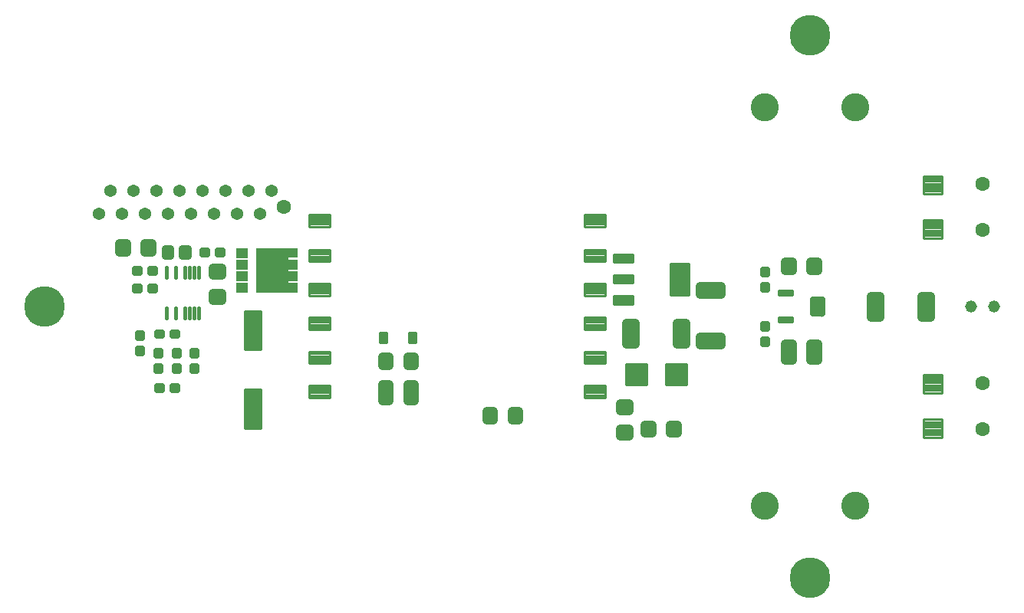
<source format=gbr>
G04 EAGLE Gerber RS-274X export*
G75*
%MOMM*%
%FSLAX34Y34*%
%LPD*%
%INSoldermask Bottom*%
%IPPOS*%
%AMOC8*
5,1,8,0,0,1.08239X$1,22.5*%
G01*
%ADD10C,0.901000*%
%ADD11C,0.605000*%
%ADD12C,3.100000*%
%ADD13C,0.756000*%
%ADD14C,0.300000*%
%ADD15C,0.323200*%
%ADD16C,1.319200*%
%ADD17C,0.297000*%
%ADD18C,0.299000*%
%ADD19C,0.288000*%
%ADD20C,0.293800*%
%ADD21C,0.000100*%
%ADD22C,0.301000*%
%ADD23C,0.484300*%
%ADD24C,1.007000*%
%ADD25C,1.375000*%
%ADD26C,1.600000*%
%ADD27C,4.500000*%

G36*
X54005Y15499D02*
X54005Y15499D01*
X54005Y15500D01*
X54005Y26000D01*
X54001Y26005D01*
X54000Y26005D01*
X43505Y26005D01*
X43505Y28395D01*
X54000Y28395D01*
X54005Y28399D01*
X54005Y28400D01*
X54005Y38900D01*
X54001Y38905D01*
X54000Y38905D01*
X43505Y38905D01*
X43505Y41095D01*
X54000Y41095D01*
X54005Y41099D01*
X54005Y41100D01*
X54005Y51600D01*
X54001Y51605D01*
X54000Y51605D01*
X43505Y51605D01*
X43505Y53995D01*
X54000Y53995D01*
X54005Y53999D01*
X54005Y54000D01*
X54005Y64500D01*
X54001Y64505D01*
X54000Y64505D01*
X8000Y64505D01*
X7995Y64501D01*
X7995Y64500D01*
X7995Y15500D01*
X7999Y15495D01*
X8000Y15495D01*
X54000Y15495D01*
X54005Y15499D01*
G37*
G36*
X-995Y53799D02*
X-995Y53799D01*
X-995Y53800D01*
X-995Y64300D01*
X-999Y64305D01*
X-1000Y64305D01*
X-14000Y64305D01*
X-14005Y64301D01*
X-14005Y64300D01*
X-14005Y53800D01*
X-14001Y53795D01*
X-14000Y53795D01*
X-1000Y53795D01*
X-995Y53799D01*
G37*
G36*
X-995Y41099D02*
X-995Y41099D01*
X-995Y41100D01*
X-995Y51600D01*
X-999Y51605D01*
X-1000Y51605D01*
X-14000Y51605D01*
X-14005Y51601D01*
X-14005Y51600D01*
X-14005Y41100D01*
X-14001Y41095D01*
X-14000Y41095D01*
X-1000Y41095D01*
X-995Y41099D01*
G37*
G36*
X-995Y28399D02*
X-995Y28399D01*
X-995Y28400D01*
X-995Y38900D01*
X-999Y38905D01*
X-1000Y38905D01*
X-14000Y38905D01*
X-14005Y38901D01*
X-14005Y38900D01*
X-14005Y28400D01*
X-14001Y28395D01*
X-14000Y28395D01*
X-1000Y28395D01*
X-995Y28399D01*
G37*
G36*
X-995Y15699D02*
X-995Y15699D01*
X-995Y15700D01*
X-995Y26200D01*
X-999Y26205D01*
X-1000Y26205D01*
X-14000Y26205D01*
X-14005Y26201D01*
X-14005Y26200D01*
X-14005Y15700D01*
X-14001Y15695D01*
X-14000Y15695D01*
X-1000Y15695D01*
X-995Y15699D01*
G37*
D10*
X-114995Y69995D02*
X-107005Y69995D01*
X-107005Y60005D01*
X-114995Y60005D01*
X-114995Y69995D01*
X-114995Y68564D02*
X-107005Y68564D01*
X-135005Y69995D02*
X-142995Y69995D01*
X-135005Y69995D02*
X-135005Y60005D01*
X-142995Y60005D01*
X-142995Y69995D01*
X-142995Y68564D02*
X-135005Y68564D01*
D11*
X-109475Y42475D02*
X-103525Y42475D01*
X-103525Y37525D01*
X-109475Y37525D01*
X-109475Y42475D01*
X-120525Y42475D02*
X-126475Y42475D01*
X-120525Y42475D02*
X-120525Y37525D01*
X-126475Y37525D01*
X-126475Y42475D01*
D12*
X570000Y-220000D03*
X670000Y-220000D03*
X570000Y220000D03*
X670000Y220000D03*
D13*
X-67280Y64220D02*
X-73720Y64220D01*
X-67280Y64220D02*
X-67280Y55780D01*
X-73720Y55780D01*
X-73720Y64220D01*
X-73720Y62962D02*
X-67280Y62962D01*
X-86280Y64220D02*
X-92720Y64220D01*
X-86280Y64220D02*
X-86280Y55780D01*
X-92720Y55780D01*
X-92720Y64220D01*
X-92720Y62962D02*
X-86280Y62962D01*
D11*
X-82475Y-48525D02*
X-82475Y-54475D01*
X-82475Y-48525D02*
X-77525Y-48525D01*
X-77525Y-54475D01*
X-82475Y-54475D01*
X-82475Y-48728D02*
X-77525Y-48728D01*
X-82475Y-65525D02*
X-82475Y-71475D01*
X-82475Y-65525D02*
X-77525Y-65525D01*
X-77525Y-71475D01*
X-82475Y-71475D01*
X-82475Y-65728D02*
X-77525Y-65728D01*
X-95525Y-92475D02*
X-101475Y-92475D01*
X-101475Y-87525D01*
X-95525Y-87525D01*
X-95525Y-92475D01*
X-84475Y-92475D02*
X-78525Y-92475D01*
X-84475Y-92475D02*
X-84475Y-87525D01*
X-78525Y-87525D01*
X-78525Y-92475D01*
X-62475Y-54475D02*
X-62475Y-48525D01*
X-57525Y-48525D01*
X-57525Y-54475D01*
X-62475Y-54475D01*
X-62475Y-48728D02*
X-57525Y-48728D01*
X-62475Y-65525D02*
X-62475Y-71475D01*
X-62475Y-65525D02*
X-57525Y-65525D01*
X-57525Y-71475D01*
X-62475Y-71475D01*
X-62475Y-65728D02*
X-57525Y-65728D01*
D14*
X417000Y-64000D02*
X439000Y-64000D01*
X439000Y-86000D01*
X417000Y-86000D01*
X417000Y-64000D01*
X417000Y-83150D02*
X439000Y-83150D01*
X439000Y-80300D02*
X417000Y-80300D01*
X417000Y-77450D02*
X439000Y-77450D01*
X439000Y-74600D02*
X417000Y-74600D01*
X417000Y-71750D02*
X439000Y-71750D01*
X439000Y-68900D02*
X417000Y-68900D01*
X417000Y-66050D02*
X439000Y-66050D01*
X461000Y-64000D02*
X483000Y-64000D01*
X483000Y-86000D01*
X461000Y-86000D01*
X461000Y-64000D01*
X461000Y-83150D02*
X483000Y-83150D01*
X483000Y-80300D02*
X461000Y-80300D01*
X461000Y-77450D02*
X483000Y-77450D01*
X483000Y-74600D02*
X461000Y-74600D01*
X461000Y-71750D02*
X483000Y-71750D01*
X483000Y-68900D02*
X461000Y-68900D01*
X461000Y-66050D02*
X483000Y-66050D01*
D15*
X152084Y-30016D02*
X145216Y-30016D01*
X152084Y-30016D02*
X152084Y-39984D01*
X145216Y-39984D01*
X145216Y-30016D01*
X145216Y-36914D02*
X152084Y-36914D01*
X152084Y-33844D02*
X145216Y-33844D01*
X145216Y-30774D02*
X152084Y-30774D01*
X177916Y-30016D02*
X184784Y-30016D01*
X184784Y-39984D01*
X177916Y-39984D01*
X177916Y-30016D01*
X177916Y-36914D02*
X184784Y-36914D01*
X184784Y-33844D02*
X177916Y-33844D01*
X177916Y-30774D02*
X184784Y-30774D01*
D14*
X-89500Y31500D02*
X-90500Y31500D01*
X-90500Y43500D01*
X-89500Y43500D01*
X-89500Y31500D01*
X-89500Y34350D02*
X-90500Y34350D01*
X-90500Y37200D02*
X-89500Y37200D01*
X-89500Y40050D02*
X-90500Y40050D01*
X-90500Y42900D02*
X-89500Y42900D01*
X-80500Y31500D02*
X-79500Y31500D01*
X-80500Y31500D02*
X-80500Y43500D01*
X-79500Y43500D01*
X-79500Y31500D01*
X-79500Y34350D02*
X-80500Y34350D01*
X-80500Y37200D02*
X-79500Y37200D01*
X-79500Y40050D02*
X-80500Y40050D01*
X-80500Y42900D02*
X-79500Y42900D01*
X-70500Y31500D02*
X-69500Y31500D01*
X-70500Y31500D02*
X-70500Y43500D01*
X-69500Y43500D01*
X-69500Y31500D01*
X-69500Y34350D02*
X-70500Y34350D01*
X-70500Y37200D02*
X-69500Y37200D01*
X-69500Y40050D02*
X-70500Y40050D01*
X-70500Y42900D02*
X-69500Y42900D01*
X-65500Y31500D02*
X-64500Y31500D01*
X-65500Y31500D02*
X-65500Y43500D01*
X-64500Y43500D01*
X-64500Y31500D01*
X-64500Y34350D02*
X-65500Y34350D01*
X-65500Y37200D02*
X-64500Y37200D01*
X-64500Y40050D02*
X-65500Y40050D01*
X-65500Y42900D02*
X-64500Y42900D01*
X-60500Y31500D02*
X-59500Y31500D01*
X-60500Y31500D02*
X-60500Y43500D01*
X-59500Y43500D01*
X-59500Y31500D01*
X-59500Y34350D02*
X-60500Y34350D01*
X-60500Y37200D02*
X-59500Y37200D01*
X-59500Y40050D02*
X-60500Y40050D01*
X-60500Y42900D02*
X-59500Y42900D01*
X-55500Y31500D02*
X-54500Y31500D01*
X-55500Y31500D02*
X-55500Y43500D01*
X-54500Y43500D01*
X-54500Y31500D01*
X-54500Y34350D02*
X-55500Y34350D01*
X-55500Y37200D02*
X-54500Y37200D01*
X-54500Y40050D02*
X-55500Y40050D01*
X-55500Y42900D02*
X-54500Y42900D01*
X-54500Y-13500D02*
X-55500Y-13500D01*
X-55500Y-1500D01*
X-54500Y-1500D01*
X-54500Y-13500D01*
X-54500Y-10650D02*
X-55500Y-10650D01*
X-55500Y-7800D02*
X-54500Y-7800D01*
X-54500Y-4950D02*
X-55500Y-4950D01*
X-55500Y-2100D02*
X-54500Y-2100D01*
X-59500Y-13500D02*
X-60500Y-13500D01*
X-60500Y-1500D01*
X-59500Y-1500D01*
X-59500Y-13500D01*
X-59500Y-10650D02*
X-60500Y-10650D01*
X-60500Y-7800D02*
X-59500Y-7800D01*
X-59500Y-4950D02*
X-60500Y-4950D01*
X-60500Y-2100D02*
X-59500Y-2100D01*
X-64500Y-13500D02*
X-65500Y-13500D01*
X-65500Y-1500D01*
X-64500Y-1500D01*
X-64500Y-13500D01*
X-64500Y-10650D02*
X-65500Y-10650D01*
X-65500Y-7800D02*
X-64500Y-7800D01*
X-64500Y-4950D02*
X-65500Y-4950D01*
X-65500Y-2100D02*
X-64500Y-2100D01*
X-69500Y-13500D02*
X-70500Y-13500D01*
X-70500Y-1500D01*
X-69500Y-1500D01*
X-69500Y-13500D01*
X-69500Y-10650D02*
X-70500Y-10650D01*
X-70500Y-7800D02*
X-69500Y-7800D01*
X-69500Y-4950D02*
X-70500Y-4950D01*
X-70500Y-2100D02*
X-69500Y-2100D01*
X-79500Y-13500D02*
X-80500Y-13500D01*
X-80500Y-1500D01*
X-79500Y-1500D01*
X-79500Y-13500D01*
X-79500Y-10650D02*
X-80500Y-10650D01*
X-80500Y-7800D02*
X-79500Y-7800D01*
X-79500Y-4950D02*
X-80500Y-4950D01*
X-80500Y-2100D02*
X-79500Y-2100D01*
X-89500Y-13500D02*
X-90500Y-13500D01*
X-90500Y-1500D01*
X-89500Y-1500D01*
X-89500Y-13500D01*
X-89500Y-10650D02*
X-90500Y-10650D01*
X-90500Y-7800D02*
X-89500Y-7800D01*
X-89500Y-4950D02*
X-90500Y-4950D01*
X-90500Y-2100D02*
X-89500Y-2100D01*
D16*
X797300Y0D03*
X822700Y0D03*
D17*
X424027Y2871D02*
X424027Y10901D01*
X424027Y2871D02*
X403997Y2871D01*
X403997Y10901D01*
X424027Y10901D01*
X424027Y5692D02*
X403997Y5692D01*
X403997Y8513D02*
X424027Y8513D01*
X424027Y25985D02*
X424027Y34015D01*
X424027Y25985D02*
X403997Y25985D01*
X403997Y34015D01*
X424027Y34015D01*
X424027Y28806D02*
X403997Y28806D01*
X403997Y31627D02*
X424027Y31627D01*
X424027Y49099D02*
X424027Y57129D01*
X424027Y49099D02*
X403997Y49099D01*
X403997Y57129D01*
X424027Y57129D01*
X424027Y51920D02*
X403997Y51920D01*
X403997Y54741D02*
X424027Y54741D01*
D18*
X485995Y47005D02*
X485995Y12995D01*
X465985Y12995D01*
X465985Y47005D01*
X485995Y47005D01*
X485995Y15835D02*
X465985Y15835D01*
X465985Y18675D02*
X485995Y18675D01*
X485995Y21515D02*
X465985Y21515D01*
X465985Y24355D02*
X485995Y24355D01*
X485995Y27195D02*
X465985Y27195D01*
X465985Y30035D02*
X485995Y30035D01*
X485995Y32875D02*
X465985Y32875D01*
X465985Y35715D02*
X485995Y35715D01*
X485995Y38555D02*
X465985Y38555D01*
X465985Y41395D02*
X485995Y41395D01*
X485995Y44235D02*
X465985Y44235D01*
D10*
X182995Y-55005D02*
X175005Y-55005D01*
X182995Y-55005D02*
X182995Y-64995D01*
X175005Y-64995D01*
X175005Y-55005D01*
X175005Y-56436D02*
X182995Y-56436D01*
X154995Y-55005D02*
X147005Y-55005D01*
X154995Y-55005D02*
X154995Y-64995D01*
X147005Y-64995D01*
X147005Y-55005D01*
X147005Y-56436D02*
X154995Y-56436D01*
D11*
X-28525Y62475D02*
X-34475Y62475D01*
X-28525Y62475D02*
X-28525Y57525D01*
X-34475Y57525D01*
X-34475Y62475D01*
X-45525Y62475D02*
X-51475Y62475D01*
X-45525Y62475D02*
X-45525Y57525D01*
X-51475Y57525D01*
X-51475Y62475D01*
X-97525Y-65525D02*
X-97525Y-71475D01*
X-102475Y-71475D01*
X-102475Y-65525D01*
X-97525Y-65525D01*
X-97525Y-65728D02*
X-102475Y-65728D01*
X-97525Y-54475D02*
X-97525Y-48525D01*
X-97525Y-54475D02*
X-102475Y-54475D01*
X-102475Y-48525D01*
X-97525Y-48525D01*
X-97525Y-48728D02*
X-102475Y-48728D01*
X-101475Y-32475D02*
X-95525Y-32475D01*
X-101475Y-32475D02*
X-101475Y-27525D01*
X-95525Y-27525D01*
X-95525Y-32475D01*
X-84475Y-32475D02*
X-78525Y-32475D01*
X-84475Y-32475D02*
X-84475Y-27525D01*
X-78525Y-27525D01*
X-78525Y-32475D01*
X-117525Y-45525D02*
X-117525Y-51475D01*
X-122475Y-51475D01*
X-122475Y-45525D01*
X-117525Y-45525D01*
X-117525Y-45728D02*
X-122475Y-45728D01*
X-117525Y-34475D02*
X-117525Y-28525D01*
X-117525Y-34475D02*
X-122475Y-34475D01*
X-122475Y-28525D01*
X-117525Y-28525D01*
X-117525Y-28728D02*
X-122475Y-28728D01*
D10*
X-30005Y7005D02*
X-30005Y14995D01*
X-30005Y7005D02*
X-39995Y7005D01*
X-39995Y14995D01*
X-30005Y14995D01*
X-30005Y35005D02*
X-30005Y42995D01*
X-30005Y35005D02*
X-39995Y35005D01*
X-39995Y42995D01*
X-30005Y42995D01*
D19*
X66440Y-87440D02*
X89560Y-87440D01*
X89560Y-100560D01*
X66440Y-100560D01*
X66440Y-87440D01*
X66440Y-97824D02*
X89560Y-97824D01*
X89560Y-95088D02*
X66440Y-95088D01*
X66440Y-92352D02*
X89560Y-92352D01*
X89560Y-89616D02*
X66440Y-89616D01*
X66440Y-49840D02*
X89560Y-49840D01*
X89560Y-62960D01*
X66440Y-62960D01*
X66440Y-49840D01*
X66440Y-60224D02*
X89560Y-60224D01*
X89560Y-57488D02*
X66440Y-57488D01*
X66440Y-54752D02*
X89560Y-54752D01*
X89560Y-52016D02*
X66440Y-52016D01*
X66440Y-12240D02*
X89560Y-12240D01*
X89560Y-25360D01*
X66440Y-25360D01*
X66440Y-12240D01*
X66440Y-22624D02*
X89560Y-22624D01*
X89560Y-19888D02*
X66440Y-19888D01*
X66440Y-17152D02*
X89560Y-17152D01*
X89560Y-14416D02*
X66440Y-14416D01*
X66440Y25360D02*
X89560Y25360D01*
X89560Y12240D01*
X66440Y12240D01*
X66440Y25360D01*
X66440Y14976D02*
X89560Y14976D01*
X89560Y17712D02*
X66440Y17712D01*
X66440Y20448D02*
X89560Y20448D01*
X89560Y23184D02*
X66440Y23184D01*
X66440Y62960D02*
X89560Y62960D01*
X89560Y49840D01*
X66440Y49840D01*
X66440Y62960D01*
X66440Y52576D02*
X89560Y52576D01*
X89560Y55312D02*
X66440Y55312D01*
X66440Y58048D02*
X89560Y58048D01*
X89560Y60784D02*
X66440Y60784D01*
X66440Y101560D02*
X89560Y101560D01*
X89560Y88440D01*
X66440Y88440D01*
X66440Y101560D01*
X66440Y91176D02*
X89560Y91176D01*
X89560Y93912D02*
X66440Y93912D01*
X66440Y96648D02*
X89560Y96648D01*
X89560Y99384D02*
X66440Y99384D01*
X370440Y101560D02*
X393560Y101560D01*
X393560Y88440D01*
X370440Y88440D01*
X370440Y101560D01*
X370440Y91176D02*
X393560Y91176D01*
X393560Y93912D02*
X370440Y93912D01*
X370440Y96648D02*
X393560Y96648D01*
X393560Y99384D02*
X370440Y99384D01*
X370440Y62960D02*
X393560Y62960D01*
X393560Y49840D01*
X370440Y49840D01*
X370440Y62960D01*
X370440Y52576D02*
X393560Y52576D01*
X393560Y55312D02*
X370440Y55312D01*
X370440Y58048D02*
X393560Y58048D01*
X393560Y60784D02*
X370440Y60784D01*
X370440Y25360D02*
X393560Y25360D01*
X393560Y12240D01*
X370440Y12240D01*
X370440Y25360D01*
X370440Y14976D02*
X393560Y14976D01*
X393560Y17712D02*
X370440Y17712D01*
X370440Y20448D02*
X393560Y20448D01*
X393560Y23184D02*
X370440Y23184D01*
X370440Y-12240D02*
X393560Y-12240D01*
X393560Y-25360D01*
X370440Y-25360D01*
X370440Y-12240D01*
X370440Y-22624D02*
X393560Y-22624D01*
X393560Y-19888D02*
X370440Y-19888D01*
X370440Y-17152D02*
X393560Y-17152D01*
X393560Y-14416D02*
X370440Y-14416D01*
X370440Y-49840D02*
X393560Y-49840D01*
X393560Y-62960D01*
X370440Y-62960D01*
X370440Y-49840D01*
X370440Y-60224D02*
X393560Y-60224D01*
X393560Y-57488D02*
X370440Y-57488D01*
X370440Y-54752D02*
X393560Y-54752D01*
X393560Y-52016D02*
X370440Y-52016D01*
X370440Y-87440D02*
X393560Y-87440D01*
X393560Y-100560D01*
X370440Y-100560D01*
X370440Y-87440D01*
X370440Y-97824D02*
X393560Y-97824D01*
X393560Y-95088D02*
X370440Y-95088D01*
X370440Y-92352D02*
X393560Y-92352D01*
X393560Y-89616D02*
X370440Y-89616D01*
D20*
X765331Y124669D02*
X765331Y144331D01*
X765331Y124669D02*
X744669Y124669D01*
X744669Y144331D01*
X765331Y144331D01*
X765331Y127460D02*
X744669Y127460D01*
X744669Y130251D02*
X765331Y130251D01*
X765331Y133042D02*
X744669Y133042D01*
X744669Y135833D02*
X765331Y135833D01*
X765331Y138624D02*
X744669Y138624D01*
X744669Y141415D02*
X765331Y141415D01*
X765331Y144206D02*
X744669Y144206D01*
X765331Y95331D02*
X765331Y75669D01*
X744669Y75669D01*
X744669Y95331D01*
X765331Y95331D01*
X765331Y78460D02*
X744669Y78460D01*
X744669Y81251D02*
X765331Y81251D01*
X765331Y84042D02*
X744669Y84042D01*
X744669Y86833D02*
X765331Y86833D01*
X765331Y89624D02*
X744669Y89624D01*
X744669Y92415D02*
X765331Y92415D01*
X765331Y95206D02*
X744669Y95206D01*
X744669Y-124669D02*
X744669Y-144331D01*
X744669Y-124669D02*
X765331Y-124669D01*
X765331Y-144331D01*
X744669Y-144331D01*
X744669Y-141540D02*
X765331Y-141540D01*
X765331Y-138749D02*
X744669Y-138749D01*
X744669Y-135958D02*
X765331Y-135958D01*
X765331Y-133167D02*
X744669Y-133167D01*
X744669Y-130376D02*
X765331Y-130376D01*
X765331Y-127585D02*
X744669Y-127585D01*
X744669Y-124794D02*
X765331Y-124794D01*
X744669Y-95331D02*
X744669Y-75669D01*
X765331Y-75669D01*
X765331Y-95331D01*
X744669Y-95331D01*
X744669Y-92540D02*
X765331Y-92540D01*
X765331Y-89749D02*
X744669Y-89749D01*
X744669Y-86958D02*
X765331Y-86958D01*
X765331Y-84167D02*
X744669Y-84167D01*
X744669Y-81376D02*
X765331Y-81376D01*
X765331Y-78585D02*
X744669Y-78585D01*
X744669Y-75794D02*
X765331Y-75794D01*
D10*
X599995Y40005D02*
X592005Y40005D01*
X592005Y49995D01*
X599995Y49995D01*
X599995Y40005D01*
X599995Y48564D02*
X592005Y48564D01*
X620005Y40005D02*
X627995Y40005D01*
X620005Y40005D02*
X620005Y49995D01*
X627995Y49995D01*
X627995Y40005D01*
X627995Y48564D02*
X620005Y48564D01*
D21*
X632728Y11000D02*
X632728Y-11000D01*
D22*
X599995Y-13005D02*
X599995Y-16995D01*
X586005Y-16995D01*
X586005Y-13005D01*
X599995Y-13005D01*
X599995Y-14136D02*
X586005Y-14136D01*
D23*
X633929Y-8079D02*
X633929Y8079D01*
X633929Y-8079D02*
X622071Y-8079D01*
X622071Y8079D01*
X633929Y8079D01*
X633929Y-3478D02*
X622071Y-3478D01*
X622071Y1123D02*
X633929Y1123D01*
X633929Y5724D02*
X622071Y5724D01*
D22*
X599995Y13005D02*
X599995Y16995D01*
X599995Y13005D02*
X586005Y13005D01*
X586005Y16995D01*
X599995Y16995D01*
X599995Y15864D02*
X586005Y15864D01*
D14*
X-3500Y-92500D02*
X-3500Y-134500D01*
X-3500Y-92500D02*
X13500Y-92500D01*
X13500Y-134500D01*
X-3500Y-134500D01*
X-3500Y-131650D02*
X13500Y-131650D01*
X13500Y-128800D02*
X-3500Y-128800D01*
X-3500Y-125950D02*
X13500Y-125950D01*
X13500Y-123100D02*
X-3500Y-123100D01*
X-3500Y-120250D02*
X13500Y-120250D01*
X13500Y-117400D02*
X-3500Y-117400D01*
X-3500Y-114550D02*
X13500Y-114550D01*
X13500Y-111700D02*
X-3500Y-111700D01*
X-3500Y-108850D02*
X13500Y-108850D01*
X13500Y-106000D02*
X-3500Y-106000D01*
X-3500Y-103150D02*
X13500Y-103150D01*
X13500Y-100300D02*
X-3500Y-100300D01*
X-3500Y-97450D02*
X13500Y-97450D01*
X13500Y-94600D02*
X-3500Y-94600D01*
X-3500Y-47500D02*
X-3500Y-5500D01*
X13500Y-5500D01*
X13500Y-47500D01*
X-3500Y-47500D01*
X-3500Y-44650D02*
X13500Y-44650D01*
X13500Y-41800D02*
X-3500Y-41800D01*
X-3500Y-38950D02*
X13500Y-38950D01*
X13500Y-36100D02*
X-3500Y-36100D01*
X-3500Y-33250D02*
X13500Y-33250D01*
X13500Y-30400D02*
X-3500Y-30400D01*
X-3500Y-27550D02*
X13500Y-27550D01*
X13500Y-24700D02*
X-3500Y-24700D01*
X-3500Y-21850D02*
X13500Y-21850D01*
X13500Y-19000D02*
X-3500Y-19000D01*
X-3500Y-16150D02*
X13500Y-16150D01*
X13500Y-13300D02*
X-3500Y-13300D01*
X-3500Y-10450D02*
X13500Y-10450D01*
X13500Y-7600D02*
X-3500Y-7600D01*
D10*
X147005Y-104495D02*
X154995Y-104495D01*
X147005Y-104495D02*
X147005Y-85505D01*
X154995Y-85505D01*
X154995Y-104495D01*
X154995Y-95936D02*
X147005Y-95936D01*
X147005Y-87377D02*
X154995Y-87377D01*
X175005Y-104495D02*
X182995Y-104495D01*
X175005Y-104495D02*
X175005Y-85505D01*
X182995Y-85505D01*
X182995Y-104495D01*
X182995Y-95936D02*
X175005Y-95936D01*
X175005Y-87377D02*
X182995Y-87377D01*
D24*
X498535Y13535D02*
X498535Y22465D01*
X521465Y22465D01*
X521465Y13535D01*
X498535Y13535D01*
X498535Y-33535D02*
X498535Y-42465D01*
X498535Y-33535D02*
X521465Y-33535D01*
X521465Y-42465D01*
X498535Y-42465D01*
D10*
X592005Y-59495D02*
X599995Y-59495D01*
X592005Y-59495D02*
X592005Y-40505D01*
X599995Y-40505D01*
X599995Y-59495D01*
X599995Y-50936D02*
X592005Y-50936D01*
X592005Y-42377D02*
X599995Y-42377D01*
X620005Y-59495D02*
X627995Y-59495D01*
X620005Y-59495D02*
X620005Y-40505D01*
X627995Y-40505D01*
X627995Y-59495D01*
X627995Y-50936D02*
X620005Y-50936D01*
X620005Y-42377D02*
X627995Y-42377D01*
D11*
X572475Y-41475D02*
X572475Y-35525D01*
X572475Y-41475D02*
X567525Y-41475D01*
X567525Y-35525D01*
X572475Y-35525D01*
X572475Y-35728D02*
X567525Y-35728D01*
X572475Y-24475D02*
X572475Y-18525D01*
X572475Y-24475D02*
X567525Y-24475D01*
X567525Y-18525D01*
X572475Y-18525D01*
X572475Y-18728D02*
X567525Y-18728D01*
X572475Y18525D02*
X572475Y24475D01*
X572475Y18525D02*
X567525Y18525D01*
X567525Y24475D01*
X572475Y24475D01*
X572475Y24272D02*
X567525Y24272D01*
X572475Y35525D02*
X572475Y41475D01*
X572475Y35525D02*
X567525Y35525D01*
X567525Y41475D01*
X572475Y41475D01*
X572475Y41272D02*
X567525Y41272D01*
X-103525Y22475D02*
X-109475Y22475D01*
X-103525Y22475D02*
X-103525Y17525D01*
X-109475Y17525D01*
X-109475Y22475D01*
X-120525Y22475D02*
X-126475Y22475D01*
X-120525Y22475D02*
X-120525Y17525D01*
X-126475Y17525D01*
X-126475Y22475D01*
D24*
X743535Y11465D02*
X752465Y11465D01*
X752465Y-11465D01*
X743535Y-11465D01*
X743535Y11465D01*
X743535Y-1899D02*
X752465Y-1899D01*
X752465Y7667D02*
X743535Y7667D01*
X696465Y11465D02*
X687535Y11465D01*
X696465Y11465D02*
X696465Y-11465D01*
X687535Y-11465D01*
X687535Y11465D01*
X687535Y-1899D02*
X696465Y-1899D01*
X696465Y7667D02*
X687535Y7667D01*
X426465Y-41465D02*
X417535Y-41465D01*
X417535Y-18535D01*
X426465Y-18535D01*
X426465Y-41465D01*
X426465Y-31899D02*
X417535Y-31899D01*
X417535Y-22333D02*
X426465Y-22333D01*
X473535Y-41465D02*
X482465Y-41465D01*
X473535Y-41465D02*
X473535Y-18535D01*
X482465Y-18535D01*
X482465Y-41465D01*
X482465Y-31899D02*
X473535Y-31899D01*
X473535Y-22333D02*
X482465Y-22333D01*
D25*
X25250Y127700D03*
X12550Y102300D03*
X-150Y127700D03*
X-12850Y102300D03*
X-25550Y127700D03*
X-38250Y102300D03*
X-50950Y127700D03*
X-63650Y102300D03*
X-76350Y127700D03*
X-89050Y102300D03*
X-101750Y127700D03*
X-114450Y102300D03*
X-127150Y127700D03*
X-139850Y102300D03*
X-152550Y127700D03*
X-165250Y102300D03*
D26*
X39250Y109700D03*
X810000Y135400D03*
X810000Y84600D03*
X810000Y-84600D03*
X810000Y-135400D03*
D27*
X-225000Y0D03*
X620000Y300000D03*
X620000Y-300000D03*
D10*
X269995Y-124995D02*
X262005Y-124995D01*
X262005Y-115005D01*
X269995Y-115005D01*
X269995Y-124995D01*
X269995Y-116436D02*
X262005Y-116436D01*
X290005Y-124995D02*
X297995Y-124995D01*
X290005Y-124995D02*
X290005Y-115005D01*
X297995Y-115005D01*
X297995Y-124995D01*
X297995Y-116436D02*
X290005Y-116436D01*
X465005Y-130005D02*
X472995Y-130005D01*
X472995Y-139995D01*
X465005Y-139995D01*
X465005Y-130005D01*
X465005Y-131436D02*
X472995Y-131436D01*
X444995Y-130005D02*
X437005Y-130005D01*
X444995Y-130005D02*
X444995Y-139995D01*
X437005Y-139995D01*
X437005Y-130005D01*
X437005Y-131436D02*
X444995Y-131436D01*
X410005Y-114995D02*
X410005Y-107005D01*
X419995Y-107005D01*
X419995Y-114995D01*
X410005Y-114995D01*
X410005Y-135005D02*
X410005Y-142995D01*
X410005Y-135005D02*
X419995Y-135005D01*
X419995Y-142995D01*
X410005Y-142995D01*
M02*

</source>
